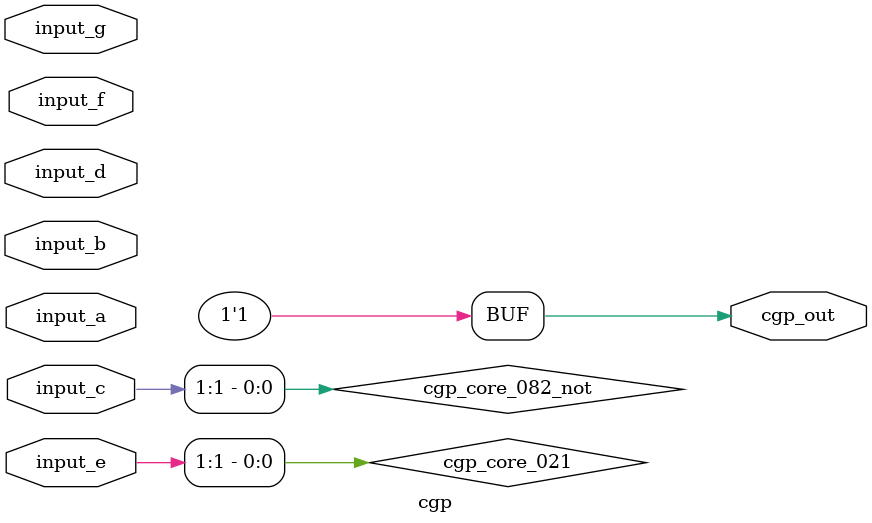
<source format=v>
module cgp(input [1:0] input_a, input [1:0] input_b, input [1:0] input_c, input [1:0] input_d, input [1:0] input_e, input [1:0] input_f, input [1:0] input_g, output [0:0] cgp_out);
  wire cgp_core_016;
  wire cgp_core_017;
  wire cgp_core_018;
  wire cgp_core_020;
  wire cgp_core_021;
  wire cgp_core_022;
  wire cgp_core_023;
  wire cgp_core_025;
  wire cgp_core_026;
  wire cgp_core_030;
  wire cgp_core_031;
  wire cgp_core_034;
  wire cgp_core_035;
  wire cgp_core_038;
  wire cgp_core_039;
  wire cgp_core_040;
  wire cgp_core_041;
  wire cgp_core_042;
  wire cgp_core_043;
  wire cgp_core_044;
  wire cgp_core_045;
  wire cgp_core_046;
  wire cgp_core_047;
  wire cgp_core_048;
  wire cgp_core_053;
  wire cgp_core_054;
  wire cgp_core_055;
  wire cgp_core_058;
  wire cgp_core_059;
  wire cgp_core_061_not;
  wire cgp_core_062;
  wire cgp_core_063;
  wire cgp_core_064;
  wire cgp_core_065;
  wire cgp_core_066;
  wire cgp_core_067;
  wire cgp_core_068;
  wire cgp_core_070;
  wire cgp_core_071;
  wire cgp_core_073;
  wire cgp_core_075;
  wire cgp_core_076;
  wire cgp_core_077;
  wire cgp_core_081;
  wire cgp_core_082_not;

  assign cgp_core_016 = input_a[0] | input_g[1];
  assign cgp_core_017 = input_a[0] | input_d[0];
  assign cgp_core_018 = ~input_c[0];
  assign cgp_core_020 = input_c[0] ^ input_b[0];
  assign cgp_core_021 = input_e[1] & input_e[1];
  assign cgp_core_022 = ~(input_f[0] | cgp_core_021);
  assign cgp_core_023 = input_e[0] ^ input_f[1];
  assign cgp_core_025 = ~input_a[1];
  assign cgp_core_026 = input_c[0] & input_c[1];
  assign cgp_core_030 = ~(input_d[0] | input_e[1]);
  assign cgp_core_031 = ~(input_a[0] ^ input_a[1]);
  assign cgp_core_034 = input_e[0] ^ cgp_core_031;
  assign cgp_core_035 = input_f[1] & cgp_core_031;
  assign cgp_core_038 = cgp_core_026 & input_f[0];
  assign cgp_core_039 = cgp_core_016 ^ input_f[0];
  assign cgp_core_040 = ~(input_b[0] | cgp_core_030);
  assign cgp_core_041 = ~(cgp_core_020 & input_e[1]);
  assign cgp_core_042 = ~(input_c[1] & cgp_core_034);
  assign cgp_core_043 = ~(input_b[0] & cgp_core_040);
  assign cgp_core_044 = ~(input_b[0] ^ input_a[1]);
  assign cgp_core_045 = ~(cgp_core_042 ^ cgp_core_044);
  assign cgp_core_046 = input_d[1] ^ input_f[0];
  assign cgp_core_047 = input_c[1] | input_e[0];
  assign cgp_core_048 = ~cgp_core_046;
  assign cgp_core_053 = ~(input_b[0] ^ input_f[0]);
  assign cgp_core_054 = input_b[0] & input_f[0];
  assign cgp_core_055 = ~(input_a[1] | input_e[0]);
  assign cgp_core_058 = ~(input_e[0] ^ cgp_core_054);
  assign cgp_core_059 = input_c[1] | input_g[0];
  assign cgp_core_061_not = ~input_c[1];
  assign cgp_core_062 = ~input_c[0];
  assign cgp_core_063 = cgp_core_062 & input_b[1];
  assign cgp_core_064 = ~(cgp_core_059 ^ input_c[0]);
  assign cgp_core_065 = input_g[1] | cgp_core_064;
  assign cgp_core_066 = cgp_core_065 & input_a[0];
  assign cgp_core_067 = ~(input_f[0] ^ cgp_core_059);
  assign cgp_core_068 = cgp_core_067 & input_b[0];
  assign cgp_core_070 = cgp_core_043 & input_b[1];
  assign cgp_core_071 = input_g[1] & input_a[0];
  assign cgp_core_073 = cgp_core_043 & input_a[0];
  assign cgp_core_075 = input_g[1] & input_b[0];
  assign cgp_core_076 = cgp_core_075 ^ input_g[1];
  assign cgp_core_077 = ~(cgp_core_039 ^ cgp_core_053);
  assign cgp_core_081 = ~(input_b[0] & input_c[0]);
  assign cgp_core_082_not = ~cgp_core_061_not;

  assign cgp_out[0] = 1'b1;
endmodule
</source>
